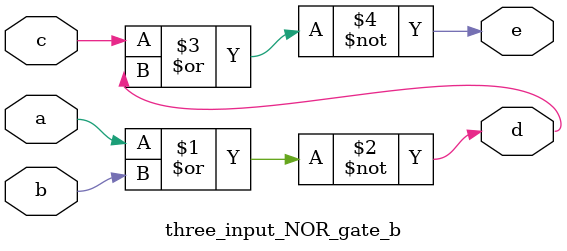
<source format=v>
`timescale 1ns / 1ps


module three_input_NOR_gate_b(
    input a, b, c,
    output d, e
    );
    assign d = ~(a|b);
    assign e = ~(c|d);
endmodule

</source>
